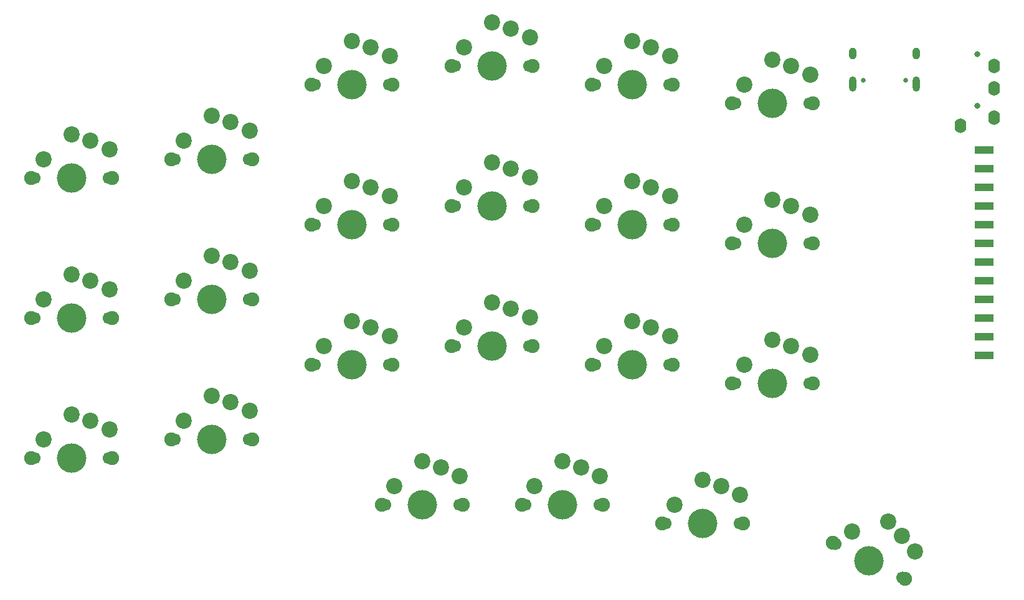
<source format=gbs>
G04 #@! TF.GenerationSoftware,KiCad,Pcbnew,5.1.9+dfsg1-1*
G04 #@! TF.CreationDate,2021-12-26T21:48:47+01:00*
G04 #@! TF.ProjectId,left,6c656674-2e6b-4696-9361-645f70636258,rev?*
G04 #@! TF.SameCoordinates,Original*
G04 #@! TF.FileFunction,Soldermask,Bot*
G04 #@! TF.FilePolarity,Negative*
%FSLAX46Y46*%
G04 Gerber Fmt 4.6, Leading zero omitted, Abs format (unit mm)*
G04 Created by KiCad (PCBNEW 5.1.9+dfsg1-1) date 2021-12-26 21:48:47*
%MOMM*%
%LPD*%
G01*
G04 APERTURE LIST*
%ADD10C,2.200000*%
%ADD11C,4.000000*%
%ADD12C,1.900000*%
%ADD13C,1.700000*%
%ADD14O,1.600000X2.000000*%
%ADD15C,0.800000*%
%ADD16R,2.500000X1.000000*%
%ADD17O,1.000000X2.100000*%
%ADD18C,0.650000*%
%ADD19O,1.000000X1.600000*%
G04 APERTURE END LIST*
D10*
X228935337Y-117530365D03*
D11*
X222631000Y-118745000D03*
D12*
X217708861Y-116290912D03*
X227553139Y-121199088D03*
D10*
X225263567Y-113464887D03*
X227170818Y-115332076D03*
X220354643Y-114771853D03*
D13*
X227177267Y-121011685D03*
X218084733Y-116478315D03*
X109220000Y-85725000D03*
X119380000Y-85725000D03*
D10*
X110490000Y-83185000D03*
X116840000Y-80645000D03*
X114300000Y-79825000D03*
D12*
X119800000Y-85725000D03*
X108800000Y-85725000D03*
D11*
X114300000Y-85725000D03*
D10*
X119400000Y-81825000D03*
X119400000Y-100875000D03*
D11*
X114300000Y-104775000D03*
D12*
X108800000Y-104775000D03*
X119800000Y-104775000D03*
D10*
X114300000Y-98875000D03*
X116840000Y-99695000D03*
X110490000Y-102235000D03*
D13*
X119380000Y-104775000D03*
X109220000Y-104775000D03*
X147320000Y-53975000D03*
X157480000Y-53975000D03*
D10*
X148590000Y-51435000D03*
X154940000Y-48895000D03*
X152400000Y-48075000D03*
D12*
X157900000Y-53975000D03*
X146900000Y-53975000D03*
D11*
X152400000Y-53975000D03*
D10*
X157500000Y-50075000D03*
X214650000Y-71665000D03*
D11*
X209550000Y-75565000D03*
D12*
X204050000Y-75565000D03*
X215050000Y-75565000D03*
D10*
X209550000Y-69665000D03*
X212090000Y-70485000D03*
X205740000Y-73025000D03*
D13*
X214630000Y-75565000D03*
X204470000Y-75565000D03*
X147320000Y-73025000D03*
X157480000Y-73025000D03*
D10*
X148590000Y-70485000D03*
X154940000Y-67945000D03*
X152400000Y-67125000D03*
D12*
X157900000Y-73025000D03*
X146900000Y-73025000D03*
D11*
X152400000Y-73025000D03*
D10*
X157500000Y-69125000D03*
X157500000Y-88175000D03*
D11*
X152400000Y-92075000D03*
D12*
X146900000Y-92075000D03*
X157900000Y-92075000D03*
D10*
X152400000Y-86175000D03*
X154940000Y-86995000D03*
X148590000Y-89535000D03*
D13*
X157480000Y-92075000D03*
X147320000Y-92075000D03*
X156845000Y-111125000D03*
X167005000Y-111125000D03*
D10*
X158115000Y-108585000D03*
X164465000Y-106045000D03*
X161925000Y-105225000D03*
D12*
X167425000Y-111125000D03*
X156425000Y-111125000D03*
D11*
X161925000Y-111125000D03*
D10*
X167025000Y-107225000D03*
X214650000Y-52615000D03*
D11*
X209550000Y-56515000D03*
D12*
X204050000Y-56515000D03*
X215050000Y-56515000D03*
D10*
X209550000Y-50615000D03*
X212090000Y-51435000D03*
X205740000Y-53975000D03*
D13*
X214630000Y-56515000D03*
X204470000Y-56515000D03*
X204470000Y-94615000D03*
X214630000Y-94615000D03*
D10*
X205740000Y-92075000D03*
X212090000Y-89535000D03*
X209550000Y-88715000D03*
D12*
X215050000Y-94615000D03*
X204050000Y-94615000D03*
D11*
X209550000Y-94615000D03*
D10*
X214650000Y-90715000D03*
X138450000Y-60235000D03*
D11*
X133350000Y-64135000D03*
D12*
X127850000Y-64135000D03*
X138850000Y-64135000D03*
D10*
X133350000Y-58235000D03*
X135890000Y-59055000D03*
X129540000Y-61595000D03*
D13*
X138430000Y-64135000D03*
X128270000Y-64135000D03*
X128270000Y-83185000D03*
X138430000Y-83185000D03*
D10*
X129540000Y-80645000D03*
X135890000Y-78105000D03*
X133350000Y-77285000D03*
D12*
X138850000Y-83185000D03*
X127850000Y-83185000D03*
D11*
X133350000Y-83185000D03*
D10*
X138450000Y-79285000D03*
X138450000Y-98335000D03*
D11*
X133350000Y-102235000D03*
D12*
X127850000Y-102235000D03*
X138850000Y-102235000D03*
D10*
X133350000Y-96335000D03*
X135890000Y-97155000D03*
X129540000Y-99695000D03*
D13*
X138430000Y-102235000D03*
X128270000Y-102235000D03*
X166370000Y-51435000D03*
X176530000Y-51435000D03*
D10*
X167640000Y-48895000D03*
X173990000Y-46355000D03*
X171450000Y-45535000D03*
D12*
X176950000Y-51435000D03*
X165950000Y-51435000D03*
D11*
X171450000Y-51435000D03*
D10*
X176550000Y-47535000D03*
X176550000Y-66585000D03*
D11*
X171450000Y-70485000D03*
D12*
X165950000Y-70485000D03*
X176950000Y-70485000D03*
D10*
X171450000Y-64585000D03*
X173990000Y-65405000D03*
X167640000Y-67945000D03*
D13*
X176530000Y-70485000D03*
X166370000Y-70485000D03*
X166370000Y-89535000D03*
X176530000Y-89535000D03*
D10*
X167640000Y-86995000D03*
X173990000Y-84455000D03*
X171450000Y-83635000D03*
D12*
X176950000Y-89535000D03*
X165950000Y-89535000D03*
D11*
X171450000Y-89535000D03*
D10*
X176550000Y-85635000D03*
X195600000Y-50075000D03*
D11*
X190500000Y-53975000D03*
D12*
X185000000Y-53975000D03*
X196000000Y-53975000D03*
D10*
X190500000Y-48075000D03*
X193040000Y-48895000D03*
X186690000Y-51435000D03*
D13*
X195580000Y-53975000D03*
X185420000Y-53975000D03*
X185420000Y-73025000D03*
X195580000Y-73025000D03*
D10*
X186690000Y-70485000D03*
X193040000Y-67945000D03*
X190500000Y-67125000D03*
D12*
X196000000Y-73025000D03*
X185000000Y-73025000D03*
D11*
X190500000Y-73025000D03*
D10*
X195600000Y-69125000D03*
X195600000Y-88175000D03*
D11*
X190500000Y-92075000D03*
D12*
X185000000Y-92075000D03*
X196000000Y-92075000D03*
D10*
X190500000Y-86175000D03*
X193040000Y-86995000D03*
X186690000Y-89535000D03*
D13*
X195580000Y-92075000D03*
X185420000Y-92075000D03*
X194945000Y-113665000D03*
X205105000Y-113665000D03*
D10*
X196215000Y-111125000D03*
X202565000Y-108585000D03*
X200025000Y-107765000D03*
D12*
X205525000Y-113665000D03*
X194525000Y-113665000D03*
D11*
X200025000Y-113665000D03*
D10*
X205125000Y-109765000D03*
X186075000Y-107225000D03*
D11*
X180975000Y-111125000D03*
D12*
X175475000Y-111125000D03*
X186475000Y-111125000D03*
D10*
X180975000Y-105225000D03*
X183515000Y-106045000D03*
X177165000Y-108585000D03*
D13*
X186055000Y-111125000D03*
X175895000Y-111125000D03*
D10*
X119400000Y-62775000D03*
D11*
X114300000Y-66675000D03*
D12*
X108800000Y-66675000D03*
X119800000Y-66675000D03*
D10*
X114300000Y-60775000D03*
X116840000Y-61595000D03*
X110490000Y-64135000D03*
D13*
X119380000Y-66675000D03*
X109220000Y-66675000D03*
D14*
X235063000Y-59560000D03*
X239663000Y-58460000D03*
X239663000Y-51460000D03*
D15*
X237363000Y-56860000D03*
X237363000Y-49860000D03*
D14*
X239663000Y-54460000D03*
D16*
X238315000Y-62865000D03*
X238315000Y-65405000D03*
X238315000Y-67945000D03*
X238315000Y-70485000D03*
X238315000Y-73025000D03*
X238315000Y-75565000D03*
X238315000Y-78105000D03*
X238315000Y-80645000D03*
X238315000Y-83185000D03*
X238315000Y-85725000D03*
X238315000Y-88265000D03*
X238315000Y-90805000D03*
D17*
X220470000Y-53930000D03*
X229110000Y-53930000D03*
D18*
X227680000Y-53400000D03*
D19*
X229110000Y-49750000D03*
D18*
X221900000Y-53400000D03*
D19*
X220470000Y-49750000D03*
M02*

</source>
